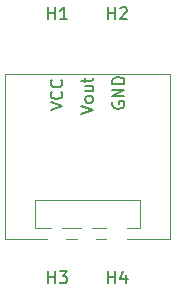
<source format=gto>
G04 #@! TF.GenerationSoftware,KiCad,Pcbnew,(7.0.0)*
G04 #@! TF.CreationDate,2023-03-27T06:12:53-05:00*
G04 #@! TF.ProjectId,he-sensor-breakout,68652d73-656e-4736-9f72-2d627265616b,rev?*
G04 #@! TF.SameCoordinates,Original*
G04 #@! TF.FileFunction,Legend,Top*
G04 #@! TF.FilePolarity,Positive*
%FSLAX46Y46*%
G04 Gerber Fmt 4.6, Leading zero omitted, Abs format (unit mm)*
G04 Created by KiCad (PCBNEW (7.0.0)) date 2023-03-27 06:12:53*
%MOMM*%
%LPD*%
G01*
G04 APERTURE LIST*
%ADD10C,0.150000*%
%ADD11C,0.100000*%
%ADD12C,0.120000*%
%ADD13C,1.700000*%
%ADD14O,1.700000X1.700000*%
%ADD15R,1.700000X1.700000*%
%ADD16C,2.200000*%
%ADD17C,0.500000*%
G04 APERTURE END LIST*
D10*
X102166943Y-96200484D02*
X102119323Y-96295722D01*
X102119323Y-96295722D02*
X102119323Y-96438579D01*
X102119323Y-96438579D02*
X102166943Y-96581436D01*
X102166943Y-96581436D02*
X102262181Y-96676674D01*
X102262181Y-96676674D02*
X102357419Y-96724293D01*
X102357419Y-96724293D02*
X102547895Y-96771912D01*
X102547895Y-96771912D02*
X102690752Y-96771912D01*
X102690752Y-96771912D02*
X102881228Y-96724293D01*
X102881228Y-96724293D02*
X102976466Y-96676674D01*
X102976466Y-96676674D02*
X103071704Y-96581436D01*
X103071704Y-96581436D02*
X103119323Y-96438579D01*
X103119323Y-96438579D02*
X103119323Y-96343341D01*
X103119323Y-96343341D02*
X103071704Y-96200484D01*
X103071704Y-96200484D02*
X103024085Y-96152865D01*
X103024085Y-96152865D02*
X102690752Y-96152865D01*
X102690752Y-96152865D02*
X102690752Y-96343341D01*
X103119323Y-95724293D02*
X102119323Y-95724293D01*
X102119323Y-95724293D02*
X103119323Y-95152865D01*
X103119323Y-95152865D02*
X102119323Y-95152865D01*
X103119323Y-94676674D02*
X102119323Y-94676674D01*
X102119323Y-94676674D02*
X102119323Y-94438579D01*
X102119323Y-94438579D02*
X102166943Y-94295722D01*
X102166943Y-94295722D02*
X102262181Y-94200484D01*
X102262181Y-94200484D02*
X102357419Y-94152865D01*
X102357419Y-94152865D02*
X102547895Y-94105246D01*
X102547895Y-94105246D02*
X102690752Y-94105246D01*
X102690752Y-94105246D02*
X102881228Y-94152865D01*
X102881228Y-94152865D02*
X102976466Y-94200484D01*
X102976466Y-94200484D02*
X103071704Y-94295722D01*
X103071704Y-94295722D02*
X103119323Y-94438579D01*
X103119323Y-94438579D02*
X103119323Y-94676674D01*
X96880322Y-96900520D02*
X97880322Y-96567187D01*
X97880322Y-96567187D02*
X96880322Y-96233854D01*
X97785084Y-95329092D02*
X97832703Y-95376711D01*
X97832703Y-95376711D02*
X97880322Y-95519568D01*
X97880322Y-95519568D02*
X97880322Y-95614806D01*
X97880322Y-95614806D02*
X97832703Y-95757663D01*
X97832703Y-95757663D02*
X97737465Y-95852901D01*
X97737465Y-95852901D02*
X97642227Y-95900520D01*
X97642227Y-95900520D02*
X97451751Y-95948139D01*
X97451751Y-95948139D02*
X97308894Y-95948139D01*
X97308894Y-95948139D02*
X97118418Y-95900520D01*
X97118418Y-95900520D02*
X97023180Y-95852901D01*
X97023180Y-95852901D02*
X96927942Y-95757663D01*
X96927942Y-95757663D02*
X96880322Y-95614806D01*
X96880322Y-95614806D02*
X96880322Y-95519568D01*
X96880322Y-95519568D02*
X96927942Y-95376711D01*
X96927942Y-95376711D02*
X96975561Y-95329092D01*
X97785084Y-94329092D02*
X97832703Y-94376711D01*
X97832703Y-94376711D02*
X97880322Y-94519568D01*
X97880322Y-94519568D02*
X97880322Y-94614806D01*
X97880322Y-94614806D02*
X97832703Y-94757663D01*
X97832703Y-94757663D02*
X97737465Y-94852901D01*
X97737465Y-94852901D02*
X97642227Y-94900520D01*
X97642227Y-94900520D02*
X97451751Y-94948139D01*
X97451751Y-94948139D02*
X97308894Y-94948139D01*
X97308894Y-94948139D02*
X97118418Y-94900520D01*
X97118418Y-94900520D02*
X97023180Y-94852901D01*
X97023180Y-94852901D02*
X96927942Y-94757663D01*
X96927942Y-94757663D02*
X96880322Y-94614806D01*
X96880322Y-94614806D02*
X96880322Y-94519568D01*
X96880322Y-94519568D02*
X96927942Y-94376711D01*
X96927942Y-94376711D02*
X96975561Y-94329092D01*
X99483138Y-97200844D02*
X100483138Y-96867511D01*
X100483138Y-96867511D02*
X99483138Y-96534178D01*
X100483138Y-96057987D02*
X100435519Y-96153225D01*
X100435519Y-96153225D02*
X100387900Y-96200844D01*
X100387900Y-96200844D02*
X100292662Y-96248463D01*
X100292662Y-96248463D02*
X100006948Y-96248463D01*
X100006948Y-96248463D02*
X99911710Y-96200844D01*
X99911710Y-96200844D02*
X99864091Y-96153225D01*
X99864091Y-96153225D02*
X99816472Y-96057987D01*
X99816472Y-96057987D02*
X99816472Y-95915130D01*
X99816472Y-95915130D02*
X99864091Y-95819892D01*
X99864091Y-95819892D02*
X99911710Y-95772273D01*
X99911710Y-95772273D02*
X100006948Y-95724654D01*
X100006948Y-95724654D02*
X100292662Y-95724654D01*
X100292662Y-95724654D02*
X100387900Y-95772273D01*
X100387900Y-95772273D02*
X100435519Y-95819892D01*
X100435519Y-95819892D02*
X100483138Y-95915130D01*
X100483138Y-95915130D02*
X100483138Y-96057987D01*
X99816472Y-94867511D02*
X100483138Y-94867511D01*
X99816472Y-95296082D02*
X100340281Y-95296082D01*
X100340281Y-95296082D02*
X100435519Y-95248463D01*
X100435519Y-95248463D02*
X100483138Y-95153225D01*
X100483138Y-95153225D02*
X100483138Y-95010368D01*
X100483138Y-95010368D02*
X100435519Y-94915130D01*
X100435519Y-94915130D02*
X100387900Y-94867511D01*
X99816472Y-94534177D02*
X99816472Y-94153225D01*
X99483138Y-94391320D02*
X100340281Y-94391320D01*
X100340281Y-94391320D02*
X100435519Y-94343701D01*
X100435519Y-94343701D02*
X100483138Y-94248463D01*
X100483138Y-94248463D02*
X100483138Y-94153225D01*
X96698095Y-89191380D02*
X96698095Y-88191380D01*
X96698095Y-88667571D02*
X97269523Y-88667571D01*
X97269523Y-89191380D02*
X97269523Y-88191380D01*
X98269523Y-89191380D02*
X97698095Y-89191380D01*
X97983809Y-89191380D02*
X97983809Y-88191380D01*
X97983809Y-88191380D02*
X97888571Y-88334238D01*
X97888571Y-88334238D02*
X97793333Y-88429476D01*
X97793333Y-88429476D02*
X97698095Y-88477095D01*
X96698095Y-111543380D02*
X96698095Y-110543380D01*
X96698095Y-111019571D02*
X97269523Y-111019571D01*
X97269523Y-111543380D02*
X97269523Y-110543380D01*
X97650476Y-110543380D02*
X98269523Y-110543380D01*
X98269523Y-110543380D02*
X97936190Y-110924333D01*
X97936190Y-110924333D02*
X98079047Y-110924333D01*
X98079047Y-110924333D02*
X98174285Y-110971952D01*
X98174285Y-110971952D02*
X98221904Y-111019571D01*
X98221904Y-111019571D02*
X98269523Y-111114809D01*
X98269523Y-111114809D02*
X98269523Y-111352904D01*
X98269523Y-111352904D02*
X98221904Y-111448142D01*
X98221904Y-111448142D02*
X98174285Y-111495761D01*
X98174285Y-111495761D02*
X98079047Y-111543380D01*
X98079047Y-111543380D02*
X97793333Y-111543380D01*
X97793333Y-111543380D02*
X97698095Y-111495761D01*
X97698095Y-111495761D02*
X97650476Y-111448142D01*
X101778095Y-111543380D02*
X101778095Y-110543380D01*
X101778095Y-111019571D02*
X102349523Y-111019571D01*
X102349523Y-111543380D02*
X102349523Y-110543380D01*
X103254285Y-110876714D02*
X103254285Y-111543380D01*
X103016190Y-110495761D02*
X102778095Y-111210047D01*
X102778095Y-111210047D02*
X103397142Y-111210047D01*
X101778095Y-89191380D02*
X101778095Y-88191380D01*
X101778095Y-88667571D02*
X102349523Y-88667571D01*
X102349523Y-89191380D02*
X102349523Y-88191380D01*
X102778095Y-88286619D02*
X102825714Y-88239000D01*
X102825714Y-88239000D02*
X102920952Y-88191380D01*
X102920952Y-88191380D02*
X103159047Y-88191380D01*
X103159047Y-88191380D02*
X103254285Y-88239000D01*
X103254285Y-88239000D02*
X103301904Y-88286619D01*
X103301904Y-88286619D02*
X103349523Y-88381857D01*
X103349523Y-88381857D02*
X103349523Y-88477095D01*
X103349523Y-88477095D02*
X103301904Y-88619952D01*
X103301904Y-88619952D02*
X102730476Y-89191380D01*
X102730476Y-89191380D02*
X103349523Y-89191380D01*
D11*
X104450000Y-106843750D02*
X95540000Y-106843750D01*
X95540000Y-106843750D02*
X95540000Y-104543750D01*
X95540000Y-104543750D02*
X104450000Y-104543750D01*
X104450000Y-104543750D02*
X104450000Y-106843750D01*
D12*
X93015000Y-93808750D02*
X106985000Y-93808750D01*
X93015000Y-107778750D02*
X93015000Y-93808750D01*
X106985000Y-93808750D02*
X106985000Y-107778750D01*
X106985000Y-107778750D02*
X93015000Y-107778750D01*
%LPC*%
D13*
X94920000Y-100793750D03*
X105080000Y-100793750D03*
D14*
X97459999Y-107619999D03*
X99999999Y-107619999D03*
D15*
X102539999Y-107619999D03*
X92379999Y-92379999D03*
X107619999Y-92379999D03*
D16*
X93904000Y-88824000D03*
X93904000Y-111176000D03*
D17*
X109000000Y-109525000D03*
X108250000Y-109525000D03*
X107500000Y-109525000D03*
X106750000Y-109525000D03*
X106000000Y-109525000D03*
X105250000Y-109525000D03*
X104500000Y-109525000D03*
X103750000Y-109525000D03*
X103000000Y-109525000D03*
X102250000Y-109525000D03*
X101500000Y-109525000D03*
X100750000Y-109525000D03*
X100000000Y-109525000D03*
X99250000Y-109525000D03*
X98500000Y-109525000D03*
X97750000Y-109525000D03*
X97000000Y-109525000D03*
X96250000Y-109525000D03*
X95500000Y-109525000D03*
X94750000Y-109525000D03*
X94000000Y-109525000D03*
X93250000Y-109525000D03*
X92500000Y-109525000D03*
X91750000Y-109525000D03*
X91000000Y-109525000D03*
D14*
X97459999Y-92379999D03*
X99999999Y-92379999D03*
D15*
X102539999Y-92379999D03*
D17*
X108974600Y-90475000D03*
X108224600Y-90475000D03*
X107474600Y-90475000D03*
X106724600Y-90475000D03*
X105974600Y-90475000D03*
X105224600Y-90475000D03*
X104474600Y-90475000D03*
X103724600Y-90475000D03*
X102974600Y-90475000D03*
X102224600Y-90475000D03*
X101474600Y-90475000D03*
X100724600Y-90475000D03*
X99974600Y-90475000D03*
X99224600Y-90475000D03*
X98474600Y-90475000D03*
X97724600Y-90475000D03*
X96974600Y-90475000D03*
X96224600Y-90475000D03*
X95474600Y-90475000D03*
X94724600Y-90475000D03*
X93974600Y-90475000D03*
X93224600Y-90475000D03*
X92474600Y-90475000D03*
X91724600Y-90475000D03*
X90974600Y-90475000D03*
D16*
X106096000Y-111176000D03*
X106096000Y-88824000D03*
M02*

</source>
